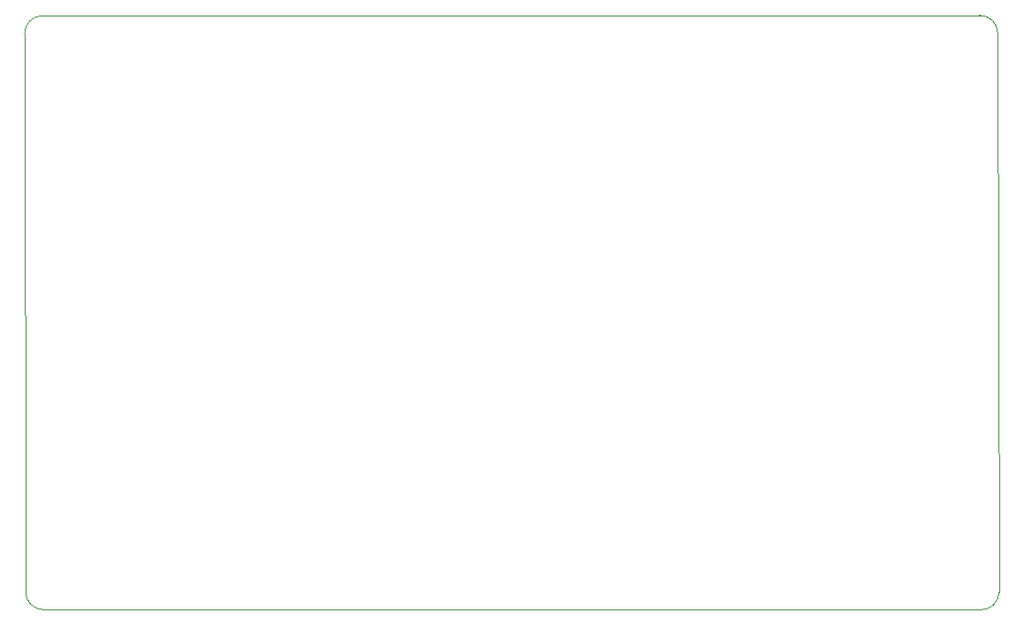
<source format=gbr>
%TF.GenerationSoftware,KiCad,Pcbnew,8.0.0*%
%TF.CreationDate,2024-10-07T09:35:36-04:00*%
%TF.ProjectId,orpheuspad_pcb,6f727068-6575-4737-9061-645f7063622e,rev?*%
%TF.SameCoordinates,Original*%
%TF.FileFunction,Profile,NP*%
%FSLAX46Y46*%
G04 Gerber Fmt 4.6, Leading zero omitted, Abs format (unit mm)*
G04 Created by KiCad (PCBNEW 8.0.0) date 2024-10-07 09:35:36*
%MOMM*%
%LPD*%
G01*
G04 APERTURE LIST*
%TA.AperFunction,Profile*%
%ADD10C,0.050000*%
%TD*%
G04 APERTURE END LIST*
D10*
X190512175Y-127381003D02*
X190385175Y-75692001D01*
X100350868Y-75725040D02*
G75*
G02*
X102014040Y-74061868I1663132J40D01*
G01*
X102108001Y-129044175D02*
X188849003Y-129044175D01*
X188722003Y-74028829D02*
X102014040Y-74061868D01*
X188722003Y-74028829D02*
G75*
G02*
X190385171Y-75692001I-3J-1663171D01*
G01*
X100350868Y-75725040D02*
X100444829Y-127381003D01*
X102108001Y-129044175D02*
G75*
G02*
X100444825Y-127381003I-1J1663175D01*
G01*
X190512175Y-127381003D02*
G75*
G02*
X188849003Y-129044175I-1663175J3D01*
G01*
M02*

</source>
